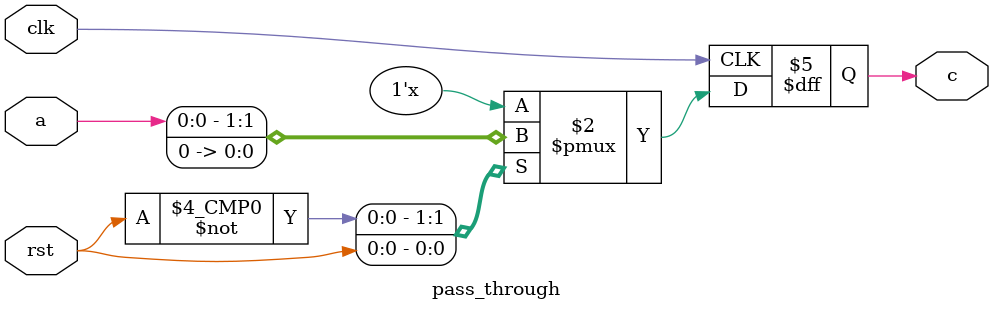
<source format=v>
module eight_bit_for_pass_through(a, c, clk, rst);
input [7:0] a;
input clk, rst;
output [7:0] c;
        pass_through pass_wire_0(a[0], c[0], clk, rst);
        pass_through pass_wire_1(a[1], c[1], clk, rst);
        pass_through pass_wire_2(a[2], c[2], clk, rst);
        pass_through pass_wire_3(a[3], c[3], clk, rst);
        pass_through pass_wire_4(a[4], c[4], clk, rst);
        pass_through pass_wire_5(a[5], c[5], clk, rst);
        pass_through pass_wire_6(a[6], c[6], clk, rst);
        pass_through pass_wire_7(a[7], c[7], clk, rst);
endmodule

module pass_through(a, c, clk, rst);
input a, clk, rst;
output c;
always @ ( posedge clk )
begin
    case(rst)
        0: c = a;
        1: c = 0;
    endcase
end
endmodule

</source>
